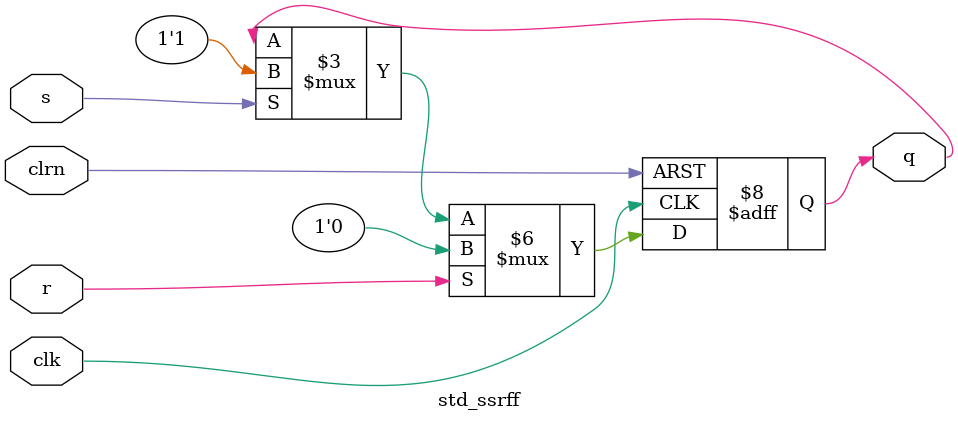
<source format=sv>
module std_ssrff #(parameter logic RESET_STATE = 1'b0)
(
	input s,
	input r,
	input clk,
	input clrn,
	output logic q
);

always_ff @( posedge clk, negedge clrn) begin : sr_flip_flop
	// The asynchronous reset signal has highest priority
	if (~clrn) begin
		q <= RESET_STATE;
	end else begin
		if(r) begin
			q <= 1'b0;
		end else if(s) begin
			q <= 1'b1;
		end
	end
end : sr_flip_flop

endmodule: std_ssrff
</source>
